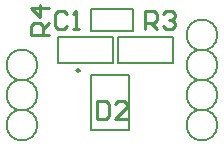
<source format=gbr>
G04*
G04 #@! TF.GenerationSoftware,Altium Limited,Altium Designer,23.1.1 (15)*
G04*
G04 Layer_Color=65535*
%FSLAX44Y44*%
%MOMM*%
G71*
G04*
G04 #@! TF.SameCoordinates,2F936F8F-47D6-4811-9C51-17D86596E71E*
G04*
G04*
G04 #@! TF.FilePolarity,Positive*
G04*
G01*
G75*
%ADD10C,0.2500*%
%ADD11C,0.2000*%
%ADD12C,0.2540*%
D10*
X62600Y60150D02*
G03*
X62600Y60150I-1250J0D01*
G01*
D11*
X179100Y90300D02*
G03*
X179100Y90300I-13000J0D01*
G01*
Y14100D02*
G03*
X179100Y14100I-13000J0D01*
G01*
X26700Y39500D02*
G03*
X26700Y39500I-13000J0D01*
G01*
X179100D02*
G03*
X179100Y39500I-13000J0D01*
G01*
Y64900D02*
G03*
X179100Y64900I-13000J0D01*
G01*
X26700D02*
G03*
X26700Y64900I-13000J0D01*
G01*
Y14100D02*
G03*
X26700Y14100I-13000J0D01*
G01*
X71900Y94000D02*
X107900D01*
X71900Y112000D02*
X107900D01*
Y94000D02*
Y112000D01*
X71900Y94000D02*
Y112000D01*
X95300Y88600D02*
X141300D01*
X95300Y66600D02*
X141300D01*
X95300D02*
Y88600D01*
X141300Y66600D02*
Y88600D01*
X44500Y66600D02*
X90500D01*
X44500Y88600D02*
X90500D01*
Y66600D02*
Y88600D01*
X44500Y66600D02*
Y88600D01*
X72350Y10150D02*
Y56400D01*
X104350D01*
Y10150D02*
Y56400D01*
X72350Y10150D02*
X104350D01*
D12*
X77204Y34418D02*
Y19182D01*
X84822D01*
X87361Y21722D01*
Y31878D01*
X84822Y34418D01*
X77204D01*
X102596Y19182D02*
X92439D01*
X102596Y29339D01*
Y31878D01*
X100057Y34418D01*
X94978D01*
X92439Y31878D01*
X37018Y90304D02*
X21783D01*
Y97922D01*
X24322Y100461D01*
X29400D01*
X31939Y97922D01*
Y90304D01*
Y95382D02*
X37018Y100461D01*
Y113157D02*
X21783D01*
X29400Y105539D01*
Y115696D01*
X118304Y95382D02*
Y110618D01*
X125922D01*
X128461Y108078D01*
Y103000D01*
X125922Y100461D01*
X118304D01*
X123383D02*
X128461Y95382D01*
X133539Y108078D02*
X136078Y110618D01*
X141157D01*
X143696Y108078D01*
Y105539D01*
X141157Y103000D01*
X138618D01*
X141157D01*
X143696Y100461D01*
Y97922D01*
X141157Y95382D01*
X136078D01*
X133539Y97922D01*
X51800Y108078D02*
X49261Y110618D01*
X44183D01*
X41643Y108078D01*
Y97922D01*
X44183Y95382D01*
X49261D01*
X51800Y97922D01*
X56878Y95382D02*
X61957D01*
X59418D01*
Y110618D01*
X56878Y108078D01*
M02*

</source>
